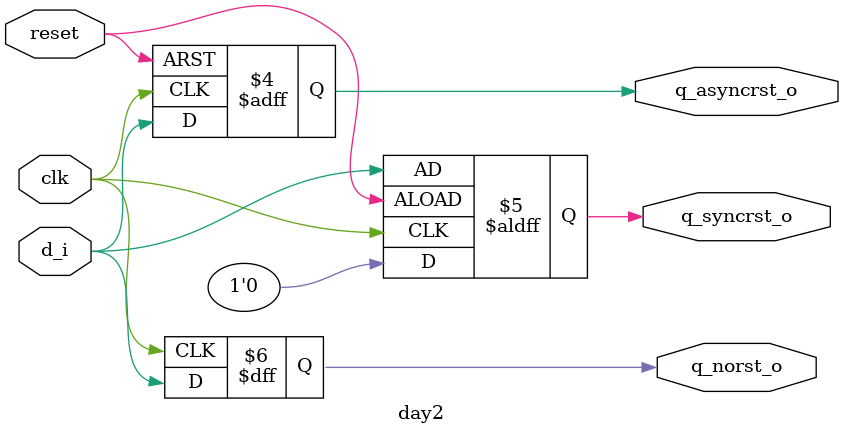
<source format=sv>

module day2 (
  input     logic      clk,
  input     logic      reset,

  input     logic      d_i,

  output    logic      q_norst_o,
  output    logic      q_syncrst_o,
  output    logic      q_asyncrst_o
);

  // Write your logic here...
  //no reset
  always_ff@(posedge clk )
    q_norst_o <= d_i;
  
  //synchronuos reset
  always_ff@(posedge clk or negedge reset) // added negedge reset --to fix the lint 
    if(reset)
      q_syncrst_o <= 1'b0;
  	else 
      q_syncrst_o <= d_i;
  //asynchrounous reset
  always_ff@(posedge clk or posedge reset)
    if(reset)
      q_asyncrst_o <= 1'b0;
  	else
      q_asyncrst_o <= d_i;
  

endmodule

</source>
